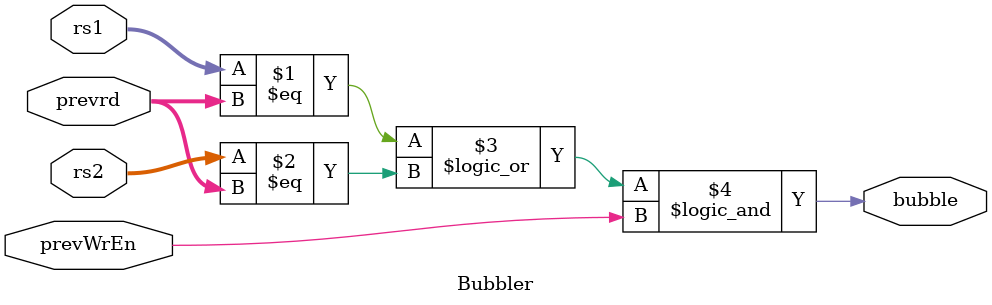
<source format=v>
module Bubbler(prevWrEn, rs1, rs2, prevrd, bubble);
	input prevWrEn;
	input[3:0] rs1, rs2, prevrd;
	
	output bubble;
	
	assign bubble = ((rs1 == prevrd)||(rs2 == prevrd))&&(prevWrEn);
endmodule
</source>
